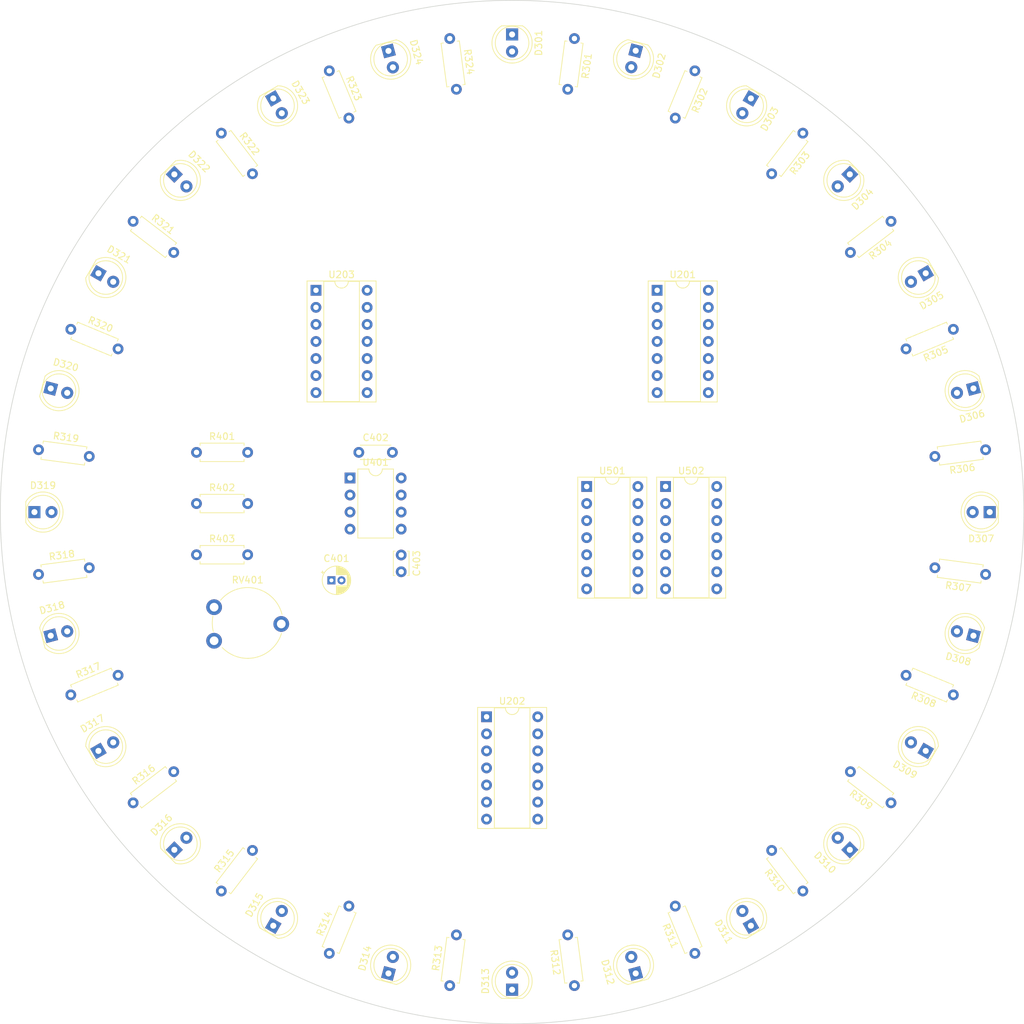
<source format=kicad_pcb>
(kicad_pcb (version 20221018) (generator pcbnew)
  (layers (0 "F.Cu" signal) (31 "B.Cu" signal) (34 "B.Paste" user) (35 "F.Paste" user) (36 "B.SilkS" user "B.Silkscreen") (37 "F.SilkS" user "F.Silkscreen") (38 "B.Mask" user) (39 "F.Mask" user) (44 "Edge.Cuts" user))
  (net 0 "")
  (net 1 "Net-(D301-K)")
  (net 2 "Net-(D302-K)")
  (net 3 "GND")
  (net 9 "Net-(D303-K)")
  (net 10 "Net-(D304-K)")
  (net 11 "Net-(D305-K)")
  (net 12 "Net-(D306-K)")
  (net 13 "Net-(D307-K)")
  (net 14 "Net-(D308-K)")
  (net 15 "Net-(D309-K)")
  (net 17 "Net-(D310-K)")
  (net 19 "Net-(D311-K)")
  (net 21 "Net-(D312-K)")
  (net 23 "Net-(D313-K)")
  (net 25 "Net-(D314-K)")
  (net 27 "Net-(D315-K)")
  (net 29 "Net-(D316-K)")
  (net 30 "Net-(D317-K)")
  (net 32 "Net-(D318-K)")
  (net 34 "Net-(D319-K)")
  (net 36 "Net-(D320-K)")
  (net 38 "Net-(D321-K)")
  (net 40 "Net-(D322-K)")
  (net 42 "Net-(D323-K)")
  (net 44 "Net-(D324-K)")
  (net 46 "+5V")
  (net 47 "/LED Output/LED1")
  (net 48 "/LED Output/LED8")
  (net 49 "/LED Output/LED16")
  (net 50 "/LED Output/LED2")
  (net 51 "/LED Output/LED3")
  (net 52 "/LED Output/LED4")
  (net 53 "/LED Output/LED5")
  (net 54 "/LED Output/LED6")
  (net 55 "/LED Output/LED7")
  (net 56 "/LED Output/LED15")
  (net 57 "/LED Output/LED14")
  (net 58 "/LED Output/LED13")
  (net 59 "/LED Output/LED12")
  (net 60 "/LED Output/LED11")
  (net 61 "/LED Output/LED10")
  (net 62 "/LED Output/LED9")
  (net 63 "/Shift Clock/TRTHR")
  (net 64 "Net-(U401-CV)")
  (net 65 "/Shift Clock/DIVIDER")
  (net 66 "Net-(R402-Pad2)")
  (net 67 "/Shift Clock/CLK")
  (net 68 "/LED Output/LED17")
  (net 69 "/LED Output/LED18")
  (net 70 "/LED Output/LED19")
  (net 71 "/LED Output/LED20")
  (net 72 "/LED Output/LED21")
  (net 73 "/LED Output/LED22")
  (net 74 "/LED Output/LED23")
  (net 75 "/LED Output/LED24")
  (net 76 "/Shift Registers/Feedback/IN0")
  (net 77 "/Shift Registers/Feedback/IN1")
  (net 78 "Net-(U501-Pad3)")
  (net 79 "/Shift Registers/Feedback/IN2")
  (net 80 "/Shift Registers/Feedback/IN3")
  (net 81 "Net-(U501-Pad10)")
  (net 82 "Net-(U501-Pad8)")
  (net 87 "/Shift Registers/Feedback/NXTBIT")
  (footprint "Potentiometer_THT:Potentiometer_Piher_PT-10-V10_Vertical" (layer "F.Cu") (at 57.23 120.76)
    (fp_text reference "RV401" (at 5 -9.05) (layer "F.SilkS"))
    (fp_text value "R_Potentiometer")
    (pad "1" thru_hole circle (at 0 0) (size 2.34 2.34) (drill 1.3) (layers "*.Cu" "*.Mask") (net 66 "Net-(R402-Pad2)"))
    (pad "2" thru_hole circle (at 10 -2.5) (size 2.34 2.34) (drill 1.3) (layers "*.Cu" "*.Mask") (net 63 "/Shift Clock/TRTHR"))
    (pad "3" thru_hole circle (at 0 -5) (size 2.34 2.34) (drill 1.3) (layers "*.Cu" "*.Mask") (net 63 "/Shift Clock/TRTHR"))
  )
  (footprint "Resistor_THT:R_Axial_DIN0207_L6.3mm_D2.5mm_P7.62mm_Horizontal" (layer "F.Cu") (at 54.61 92.71)
    (fp_text reference "R401" (at 3.81 -2.37) (layer "F.SilkS"))
    (fp_text value "10k")
    (pad "1" thru_hole circle (at 0 0) (size 1.6 1.6) (drill 0.8) (layers "*.Cu" "*.Mask") (net 46 "+5V"))
    (pad "2" thru_hole oval (at 7.62 0) (size 1.6 1.6) (drill 0.8) (layers "*.Cu" "*.Mask") (net 65 "/Shift Clock/DIVIDER"))
  )
  (footprint "LED_THT:LED_D5.0mm" (layer "F.Cu") (at 163.191698 66.04 -150)
    (fp_text reference "D305" (at 1.27 -3.96 30) (layer "F.SilkS"))
    (fp_text value "LED")
    (pad "1" thru_hole rect locked (at 0 0 210) (size 1.8 1.8) (drill 0.9) (layers "*.Cu" "*.Mask") (net 11 "Net-(D305-K)"))
    (pad "2" thru_hole circle locked (at 2.54 0 210) (size 1.8 1.8) (drill 0.9) (layers "*.Cu" "*.Mask") (net 53 "/LED Output/LED5"))
  )
  (footprint "LED_THT:LED_D5.0mm" (layer "F.Cu") (at 30.48 101.6)
    (fp_text reference "D319" (at 1.27 -3.96) (layer "F.SilkS"))
    (fp_text value "LED")
    (pad "1" thru_hole rect locked (at 0 0) (size 1.8 1.8) (drill 0.9) (layers "*.Cu" "*.Mask") (net 34 "Net-(D319-K)"))
    (pad "2" thru_hole circle locked (at 2.54 0) (size 1.8 1.8) (drill 0.9) (layers "*.Cu" "*.Mask"))
  )
  (footprint "LED_THT:LED_D5.0mm" (layer "F.Cu") (at 83.192874 170.296586 75)
    (fp_text reference "D314" (at 1.27 -3.96 75) (layer "F.SilkS"))
    (fp_text value "LED")
    (pad "1" thru_hole rect locked (at 0 0 75) (size 1.8 1.8) (drill 0.9) (layers "*.Cu" "*.Mask") (net 25 "Net-(D314-K)"))
    (pad "2" thru_hole circle locked (at 2.54 0 75) (size 1.8 1.8) (drill 0.9) (layers "*.Cu" "*.Mask"))
  )
  (footprint "Resistor_THT:R_Axial_DIN0207_L6.3mm_D2.5mm_P7.62mm_Horizontal" (layer "F.Cu") (at 54.61 100.33)
    (fp_text reference "R402" (at 3.81 -2.37) (layer "F.SilkS"))
    (fp_text value "10k")
    (pad "1" thru_hole circle (at 0 0) (size 1.6 1.6) (drill 0.8) (layers "*.Cu" "*.Mask") (net 65 "/Shift Clock/DIVIDER"))
    (pad "2" thru_hole oval (at 7.62 0) (size 1.6 1.6) (drill 0.8) (layers "*.Cu" "*.Mask") (net 66 "Net-(R402-Pad2)"))
  )
  (footprint "LED_THT:LED_D5.0mm" (layer "F.Cu") (at 172.72 101.6 180)
    (fp_text reference "D307" (at 1.27 -3.96) (layer "F.SilkS"))
    (fp_text value "LED")
    (pad "1" thru_hole rect locked (at 0 0 180) (size 1.8 1.8) (drill 0.9) (layers "*.Cu" "*.Mask") (net 13 "Net-(D307-K)"))
    (pad "2" thru_hole circle locked (at 2.54 0 180) (size 1.8 1.8) (drill 0.9) (layers "*.Cu" "*.Mask") (net 55 "/LED Output/LED7"))
  )
  (footprint "Package_DIP:DIP-8_W7.62mm" (layer "F.Cu") (at 77.47 96.52)
    (fp_text reference "U401" (at 3.81 -2.33) (layer "F.SilkS"))
    (fp_text value "LM555xN")
    (pad "1" thru_hole rect (at 0 0) (size 1.6 1.6) (drill 0.8) (layers "*.Cu" "*.Mask") (net 3 "GND"))
    (pad "2" thru_hole oval (at 0 2.54) (size 1.6 1.6) (drill 0.8) (layers "*.Cu" "*.Mask") (net 63 "/Shift Clock/TRTHR"))
    (pad "3" thru_hole oval (at 0 5.08) (size 1.6 1.6) (drill 0.8) (layers "*.Cu" "*.Mask") (net 67 "/Shift Clock/CLK"))
    (pad "4" thru_hole oval (at 0 7.62) (size 1.6 1.6) (drill 0.8) (layers "*.Cu" "*.Mask") (net 46 "+5V"))
    (pad "5" thru_hole oval (at 7.62 7.62) (size 1.6 1.6) (drill 0.8) (layers "*.Cu" "*.Mask") (net 64 "Net-(U401-CV)"))
    (pad "6" thru_hole oval (at 7.62 5.08) (size 1.6 1.6) (drill 0.8) (layers "*.Cu" "*.Mask") (net 63 "/Shift Clock/TRTHR"))
    (pad "7" thru_hole oval (at 7.62 2.54) (size 1.6 1.6) (drill 0.8) (layers "*.Cu" "*.Mask") (net 65 "/Shift Clock/DIVIDER"))
    (pad "8" thru_hole oval (at 7.62 0) (size 1.6 1.6) (drill 0.8) (layers "*.Cu" "*.Mask") (net 46 "+5V"))
  )
  (footprint "Resistor_THT:R_Axial_DIN0207_L6.3mm_D2.5mm_P7.62mm_Horizontal" (layer "F.Cu") (at 31.087822 110.882938 7.5)
    (fp_text reference "R318" (at 3.81 -2.37 7.5) (layer "F.SilkS"))
    (fp_text value "4k7")
    (pad "1" thru_hole circle locked (at 0 0 7.5) (size 1.6 1.6) (drill 0.8) (layers "*.Cu" "*.Mask") (net 32 "Net-(D318-K)"))
    (pad "2" thru_hole oval locked (at 7.62 0 7.5) (size 1.6 1.6) (drill 0.8) (layers "*.Cu" "*.Mask") (net 3 "GND"))
  )
  (footprint "Resistor_THT:R_Axial_DIN0207_L6.3mm_D2.5mm_P7.62mm_Horizontal" (layer "F.Cu") (at 172.11167 92.317316 -172.5)
    (fp_text reference "R306" (at 3.81 -2.37 7.5) (layer "F.SilkS"))
    (fp_text value "4k7")
    (pad "1" thru_hole circle locked (at 0 0 187.5) (size 1.6 1.6) (drill 0.8) (layers "*.Cu" "*.Mask") (net 12 "Net-(D306-K)"))
    (pad "2" thru_hole oval locked (at 7.62 0 187.5) (size 1.6 1.6) (drill 0.8) (layers "*.Cu" "*.Mask") (net 3 "GND"))
  )
  (footprint "Resistor_THT:R_Axial_DIN0207_L6.3mm_D2.5mm_P7.62mm_Horizontal" (layer "F.Cu") (at 167.306244 128.816354 157.5)
    (fp_text reference "R308" (at 3.81 -2.37 157.5) (layer "F.SilkS"))
    (fp_text value "4k7")
    (pad "1" thru_hole circle locked (at 0 0 157.5) (size 1.6 1.6) (drill 0.8) (layers "*.Cu" "*.Mask") (net 14 "Net-(D308-K)"))
    (pad "2" thru_hole oval locked (at 7.62 0 157.5) (size 1.6 1.6) (drill 0.8) (layers "*.Cu" "*.Mask") (net 3 "GND"))
  )
  (footprint "LED_THT:LED_D5.0mm" (layer "F.Cu") (at 101.6 172.72 90)
    (fp_text reference "D313" (at 1.27 -3.96 90) (layer "F.SilkS"))
    (fp_text value "LED")
    (pad "1" thru_hole rect locked (at 0 0 90) (size 1.8 1.8) (drill 0.9) (layers "*.Cu" "*.Mask") (net 23 "Net-(D313-K)"))
    (pad "2" thru_hole circle locked (at 2.54 0 90) (size 1.8 1.8) (drill 0.9) (layers "*.Cu" "*.Mask"))
  )
  (footprint "LED_THT:LED_D5.0mm" (layer "F.Cu") (at 40.008302 66.04 -30)
    (fp_text reference "D321" (at 1.27 -3.96 150) (layer "F.SilkS"))
    (fp_text value "LED")
    (pad "1" thru_hole rect locked (at 0 0 330) (size 1.8 1.8) (drill 0.9) (layers "*.Cu" "*.Mask") (net 38 "Net-(D321-K)"))
    (pad "2" thru_hole circle locked (at 2.54 0 330) (size 1.8 1.8) (drill 0.9) (layers "*.Cu" "*.Mask"))
  )
  (footprint "Resistor_THT:R_Axial_DIN0207_L6.3mm_D2.5mm_P7.62mm_Horizontal" (layer "F.Cu") (at 128.816354 35.893756 -112.5)
    (fp_text reference "R302" (at 3.81 -2.37 67.5) (layer "F.SilkS"))
    (fp_text value "4k7")
    (pad "1" thru_hole circle locked (at 0 0 247.5) (size 1.6 1.6) (drill 0.8) (layers "*.Cu" "*.Mask") (net 2 "Net-(D302-K)"))
    (pad "2" thru_hole oval locked (at 7.62 0 247.5) (size 1.6 1.6) (drill 0.8) (layers "*.Cu" "*.Mask") (net 3 "GND"))
  )
  (footprint "LED_THT:LED_D5.0mm" (layer "F.Cu") (at 170.296586 120.007126 165)
    (fp_text reference "D308" (at 1.27 -3.96 165) (layer "F.SilkS"))
    (fp_text value "LED")
    (pad "1" thru_hole rect locked (at 0 0 165) (size 1.8 1.8) (drill 0.9) (layers "*.Cu" "*.Mask") (net 14 "Net-(D308-K)"))
    (pad "2" thru_hole circle locked (at 2.54 0 165) (size 1.8 1.8) (drill 0.9) (layers "*.Cu" "*.Mask") (net 48 "/LED Output/LED8"))
  )
  (footprint "Package_DIP:DIP-14_W7.62mm_Socket" (layer "F.Cu") (at 124.46 97.79)
    (fp_text reference "U502" (at 3.81 -2.33) (layer "F.SilkS"))
    (fp_text value "74LS125")
    (pad "1" thru_hole rect (at 0 0) (size 1.6 1.6) (drill 0.8) (layers "*.Cu" "*.Mask"))
    (pad "2" thru_hole oval (at 0 2.54) (size 1.6 1.6) (drill 0.8) (layers "*.Cu" "*.Mask") (net 82 "Net-(U501-Pad8)"))
    (pad "3" thru_hole oval (at 0 5.08) (size 1.6 1.6) (drill 0.8) (layers "*.Cu" "*.Mask") (net 87 "/Shift Registers/Feedback/NXTBIT"))
    (pad "4" thru_hole oval (at 0 7.62) (size 1.6 1.6) (drill 0.8) (layers "*.Cu" "*.Mask"))
    (pad "5" thru_hole oval (at 0 10.16) (size 1.6 1.6) (drill 0.8) (layers "*.Cu" "*.Mask"))
    (pad "6" thru_hole oval (at 0 12.7) (size 1.6 1.6) (drill 0.8) (layers "*.Cu" "*.Mask") (net 87 "/Shift Registers/Feedback/NXTBIT"))
    (pad "7" thru_hole oval (at 0 15.24) (size 1.6 1.6) (drill 0.8) (layers "*.Cu" "*.Mask") (net 3 "GND"))
    (pad "8" thru_hole oval (at 7.62 15.24) (size 1.6 1.6) (drill 0.8) (layers "*.Cu" "*.Mask"))
    (pad "9" thru_hole oval (at 7.62 12.7) (size 1.6 1.6) (drill 0.8) (layers "*.Cu" "*.Mask"))
    (pad "10" thru_hole oval (at 7.62 10.16) (size 1.6 1.6) (drill 0.8) (layers "*.Cu" "*.Mask"))
    (pad "11" thru_hole oval (at 7.62 7.62) (size 1.6 1.6) (drill 0.8) (layers "*.Cu" "*.Mask"))
    (pad "12" thru_hole oval (at 7.62 5.08) (size 1.6 1.6) (drill 0.8) (layers "*.Cu" "*.Mask"))
    (pad "13" thru_hole oval (at 7.62 2.54) (size 1.6 1.6) (drill 0.8) (layers "*.Cu" "*.Mask"))
    (pad "14" thru_hole oval (at 7.62 0) (size 1.6 1.6) (drill 0.8) (layers "*.Cu" "*.Mask") (net 46 "+5V"))
  )
  (footprint "Resistor_THT:R_Axial_DIN0207_L6.3mm_D2.5mm_P7.62mm_Horizontal" (layer "F.Cu") (at 158.023306 58.304938 -142.5)
    (fp_text reference "R304" (at 3.81 -2.37 37.5) (layer "F.SilkS"))
    (fp_text value "4k7")
    (pad "1" thru_hole circle locked (at 0 0 217.5) (size 1.6 1.6) (drill 0.8) (layers "*.Cu" "*.Mask") (net 10 "Net-(D304-K)"))
    (pad "2" thru_hole oval locked (at 7.62 0 217.5) (size 1.6 1.6) (drill 0.8) (layers "*.Cu" "*.Mask") (net 3 "GND"))
  )
  (footprint "LED_THT:LED_D5.0mm" (layer "F.Cu") (at 40.008302 137.16 30)
    (fp_text reference "D317" (at 1.27 -3.96 30) (layer "F.SilkS"))
    (fp_text value "LED")
    (pad "1" thru_hole rect locked (at 0 0 30) (size 1.8 1.8) (drill 0.9) (layers "*.Cu" "*.Mask") (net 30 "Net-(D317-K)"))
    (pad "2" thru_hole circle locked (at 2.54 0 30) (size 1.8 1.8) (drill 0.9) (layers "*.Cu" "*.Mask"))
  )
  (footprint "Resistor_THT:R_Axial_DIN0207_L6.3mm_D2.5mm_P7.62mm_Horizontal" (layer "F.Cu") (at 45.176694 58.304938 -37.5)
    (fp_text reference "R321" (at 3.81 -2.37 142.5) (layer "F.SilkS"))
    (fp_text value "4k7")
    (pad "1" thru_hole circle locked (at 0 0 322.5) (size 1.6 1.6) (drill 0.8) (layers "*.Cu" "*.Mask") (net 38 "Net-(D321-K)"))
    (pad "2" thru_hole oval locked (at 7.62 0 322.5) (size 1.6 1.6) (drill 0.8) (layers "*.Cu" "*.Mask") (net 3 "GND"))
  )
  (footprint "Resistor_THT:R_Axial_DIN0207_L6.3mm_D2.5mm_P7.62mm_Horizontal" (layer "F.Cu") (at 92.317062 172.112178 82.5)
    (fp_text reference "R313" (at 3.81 -2.37 82.5) (layer "F.SilkS"))
    (fp_text value "4k7")
    (pad "1" thru_hole circle locked (at 0 0 82.5) (size 1.6 1.6) (drill 0.8) (layers "*.Cu" "*.Mask") (net 23 "Net-(D313-K)"))
    (pad "2" thru_hole oval locked (at 7.62 0 82.5) (size 1.6 1.6) (drill 0.8) (layers "*.Cu" "*.Mask") (net 3 "GND"))
  )
  (footprint "Resistor_THT:R_Axial_DIN0207_L6.3mm_D2.5mm_P7.62mm_Horizontal" (layer "F.Cu") (at 35.893756 74.383646 -22.5)
    (fp_text reference "R320" (at 3.81 -2.37 157.5) (layer "F.SilkS"))
    (fp_text value "4k7")
    (pad "1" thru_hole circle locked (at 0 0 337.5) (size 1.6 1.6) (drill 0.8) (layers "*.Cu" "*.Mask") (net 36 "Net-(D320-K)"))
    (pad "2" thru_hole oval locked (at 7.62 0 337.5) (size 1.6 1.6) (drill 0.8) (layers "*.Cu" "*.Mask") (net 3 "GND"))
  )
  (footprint "LED_THT:LED_D5.0mm" (layer "F.Cu") (at 120.007126 170.296586 105)
    (fp_text reference "D312" (at 1.27 -3.96 105) (layer "F.SilkS"))
    (fp_text value "LED")
    (pad "1" thru_hole rect locked (at 0 0 105) (size 1.8 1.8) (drill 0.9) (layers "*.Cu" "*.Mask") (net 21 "Net-(D312-K)"))
    (pad "2" thru_hole circle locked (at 2.54 0 105) (size 1.8 1.8) (drill 0.9) (layers "*.Cu" "*.Mask"))
  )
  (footprint "Resistor_THT:R_Axial_DIN0207_L6.3mm_D2.5mm_P7.62mm_Horizontal" (layer "F.Cu") (at 74.383646 35.893756 -67.5)
    (fp_text reference "R323" (at 3.81 -2.37 112.5) (layer "F.SilkS"))
    (fp_text value "4k7")
    (pad "1" thru_hole circle locked (at 0 0 292.5) (size 1.6 1.6) (drill 0.8) (layers "*.Cu" "*.Mask") (net 42 "Net-(D323-K)"))
    (pad "2" thru_hole oval locked (at 7.62 0 292.5) (size 1.6 1.6) (drill 0.8) (layers "*.Cu" "*.Mask") (net 3 "GND"))
  )
  (footprint "LED_THT:LED_D5.0mm" (layer "F.Cu") (at 32.903414 120.007126 15)
    (fp_text reference "D318" (at 1.27 -3.96 15) (layer "F.SilkS"))
    (fp_text value "LED")
    (pad "1" thru_hole rect locked (at 0 0 15) (size 1.8 1.8) (drill 0.9) (layers "*.Cu" "*.Mask") (net 32 "Net-(D318-K)"))
    (pad "2" thru_hole circle locked (at 2.54 0 15) (size 1.8 1.8) (drill 0.9) (layers "*.Cu" "*.Mask"))
  )
  (footprint "LED_THT:LED_D5.0mm" (layer "F.Cu") (at 163.191698 137.16 150)
    (fp_text reference "D309" (at 1.27 -3.96 150) (layer "F.SilkS"))
    (fp_text value "LED")
    (pad "1" thru_hole rect locked (at 0 0 150) (size 1.8 1.8) (drill 0.9) (layers "*.Cu" "*.Mask") (net 15 "Net-(D309-K)"))
    (pad "2" thru_hole circle locked (at 2.54 0 150) (size 1.8 1.8) (drill 0.9) (layers "*.Cu" "*.Mask"))
  )
  (footprint "LED_THT:LED_D5.0mm" (layer "F.Cu") (at 151.88946 51.31054 -135)
    (fp_text reference "D304" (at 1.27 -3.96 45) (layer "F.SilkS"))
    (fp_text value "LED")
    (pad "1" thru_hole rect locked (at 0 0 225) (size 1.8 1.8) (drill 0.9) (layers "*.Cu" "*.Mask") (net 10 "Net-(D304-K)"))
    (pad "2" thru_hole circle locked (at 2.54 0 225) (size 1.8 1.8) (drill 0.9) (layers "*.Cu" "*.Mask") (net 52 "/LED Output/LED4"))
  )
  (footprint "Resistor_THT:R_Axial_DIN0207_L6.3mm_D2.5mm_P7.62mm_Horizontal" (layer "F.Cu") (at 144.895062 45.176694 -127.5)
    (fp_text reference "R303" (at 3.81 -2.37 52.5) (layer "F.SilkS"))
    (fp_text value "4k7")
    (pad "1" thru_hole circle locked (at 0 0 232.5) (size 1.6 1.6) (drill 0.8) (layers "*.Cu" "*.Mask") (net 9 "Net-(D303-K)"))
    (pad "2" thru_hole oval locked (at 7.62 0 232.5) (size 1.6 1.6) (drill 0.8) (layers "*.Cu" "*.Mask") (net 3 "GND"))
  )
  (footprint "LED_THT:LED_D5.0mm" (layer "F.Cu") (at 66.04 40.008302 -60)
    (fp_text reference "D323" (at 1.27 -3.96 120) (layer "F.SilkS"))
    (fp_text value "LED")
    (pad "1" thru_hole rect locked (at 0 0 300) (size 1.8 1.8) (drill 0.9) (layers "*.Cu" "*.Mask") (net 42 "Net-(D323-K)"))
    (pad "2" thru_hole circle locked (at 2.54 0 300) (size 1.8 1.8) (drill 0.9) (layers "*.Cu" "*.Mask"))
  )
  (footprint "LED_THT:LED_D5.0mm" (layer "F.Cu") (at 66.04 163.191698 60)
    (fp_text reference "D315" (at 1.27 -3.96 60) (layer "F.SilkS"))
    (fp_text value "LED")
    (pad "1" thru_hole rect locked (at 0 0 60) (size 1.8 1.8) (drill 0.9) (layers "*.Cu" "*.Mask") (net 27 "Net-(D315-K)"))
    (pad "2" thru_hole circle locked (at 2.54 0 60) (size 1.8 1.8) (drill 0.9) (layers "*.Cu" "*.Mask"))
  )
  (footprint "Package_DIP:DIP-14_W7.62mm_Socket" (layer "F.Cu") (at 72.4 68.575)
    (fp_text reference "U203" (at 3.81 -2.33) (layer "F.SilkS"))
    (fp_text value "74HC164")
    (pad "1" thru_hole rect (at 0 0) (size 1.6 1.6) (drill 0.8) (layers "*.Cu" "*.Mask") (net 49 "/LED Output/LED16"))
    (pad "2" thru_hole oval (at 0 2.54) (size 1.6 1.6) (drill 0.8) (layers "*.Cu" "*.Mask") (net 49 "/LED Output/LED16"))
    (pad "3" thru_hole oval (at 0 5.08) (size 1.6 1.6) (drill 0.8) (layers "*.Cu" "*.Mask") (net 68 "/LED Output/LED17"))
    (pad "4" thru_hole oval (at 0 7.62) (size 1.6 1.6) (drill 0.8) (layers "*.Cu" "*.Mask") (net 69 "/LED Output/LED18"))
    (pad "5" thru_hole oval (at 0 10.16) (size 1.6 1.6) (drill 0.8) (layers "*.Cu" "*.Mask") (net 70 "/LED Output/LED19"))
    (pad "6" thru_hole oval (at 0 12.7) (size 1.6 1.6) (drill 0.8) (layers "*.Cu" "*.Mask") (net 71 "/LED Output/LED20"))
    (pad "7" thru_hole oval (at 0 15.24) (size 1.6 1.6) (drill 0.8) (layers "*.Cu" "*.Mask") (net 3 "GND"))
    (pad "8" thru_hole oval (at 7.62 15.24) (size 1.6 1.6) (drill 0.8) (layers "*.Cu" "*.Mask") (net 67 "/Shift Clock/CLK"))
    (pad "9" thru_hole oval (at 7.62 12.7) (size 1.6 1.6) (drill 0.8) (layers "*.Cu" "*.Mask"))
    (pad "10" thru_hole oval (at 7.62 10.16) (size 1.6 1.6) (drill 0.8) (layers "*.Cu" "*.Mask") (net 72 "/LED Output/LED21"))
    (pad "11" thru_hole oval (at 7.62 7.62) (size 1.6 1.6) (drill 0.8) (layers "*.Cu" "*.Mask") (net 73 "/LED Output/LED22"))
    (pad "12" thru_hole oval (at 7.62 5.08) (size 1.6 1.6) (drill 0.8) (layers "*.Cu" "*.Mask") (net 74 "/LED Output/LED23"))
    (pad "13" thru_hole oval (at 7.62 2.54) (size 1.6 1.6) (drill 0.8) (layers "*.Cu" "*.Mask") (net 75 "/LED Output/LED24"))
    (pad "14" thru_hole oval (at 7.62 0) (size 1.6 1.6) (drill 0.8) (layers "*.Cu" "*.Mask") (net 46 "+5V"))
  )
  (footprint "LED_THT:LED_D5.0mm" (layer "F.Cu") (at 51.31054 151.88946 45)
    (fp_text reference "D316" (at 1.27 -3.96 45) (layer "F.SilkS"))
    (fp_text value "LED")
    (pad "1" thru_hole rect locked (at 0 0 45) (size 1.8 1.8) (drill 0.9) (layers "*.Cu" "*.Mask") (net 29 "Net-(D316-K)"))
    (pad "2" thru_hole circle locked (at 2.54 0 45) (size 1.8 1.8) (drill 0.9) (layers "*.Cu" "*.Mask") (net 49 "/LED Output/LED16"))
  )
  (footprint "LED_THT:LED_D5.0mm" (layer "F.Cu") (at 51.31054 51.31054 -45)
    (fp_text reference "D322" (at 1.27 -3.96 135) (layer "F.SilkS"))
    (fp_text value "LED")
    (pad "1" thru_hole rect locked (at 0 0 315) (size 1.8 1.8) (drill 0.9) (layers "*.Cu" "*.Mask") (net 40 "Net-(D322-K)"))
    (pad "2" thru_hole circle locked (at 2.54 0 315) (size 1.8 1.8) (drill 0.9) (layers "*.Cu" "*.Mask"))
  )
  (footprint "Resistor_THT:R_Axial_DIN0207_L6.3mm_D2.5mm_P7.62mm_Horizontal" (layer "F.Cu") (at 158.023306 144.895062 142.5)
    (fp_text reference "R309" (at 3.81 -2.37 142.5) (layer "F.SilkS"))
    (fp_text value "4k7")
    (pad "1" thru_hole circle locked (at 0 0 142.5) (size 1.6 1.6) (drill 0.8) (layers "*.Cu" "*.Mask") (net 15 "Net-(D309-K)"))
    (pad "2" thru_hole oval locked (at 7.62 0 142.5) (size 1.6 1.6) (drill 0.8) (layers "*.Cu" "*.Mask") (net 3 "GND"))
  )
  (footprint "Resistor_THT:R_Axial_DIN0207_L6.3mm_D2.5mm_P7.62mm_Horizontal" (layer "F.Cu") (at 58.304938 158.023306 52.5)
    (fp_text reference "R315" (at 3.81 -2.37 52.5) (layer "F.SilkS"))
    (fp_text value "4k7")
    (pad "1" thru_hole circle locked (at 0 0 52.5) (size 1.6 1.6) (drill 0.8) (layers "*.Cu" "*.Mask") (net 27 "Net-(D315-K)"))
    (pad "2" thru_hole oval locked (at 7.62 0 52.5) (size 1.6 1.6) (drill 0.8) (layers "*.Cu" "*.Mask") (net 3 "GND"))
  )
  (footprint "Resistor_THT:R_Axial_DIN0207_L6.3mm_D2.5mm_P7.62mm_Horizontal" (layer "F.Cu") (at 144.895062 158.023306 127.5)
    (fp_text reference "R310" (at 3.81 -2.37 127.5) (layer "F.SilkS"))
    (fp_text value "4k7")
    (pad "1" thru_hole circle locked (at 0 0 127.5) (size 1.6 1.6) (drill 0.8) (layers "*.Cu" "*.Mask") (net 17 "Net-(D310-K)"))
    (pad "2" thru_hole oval locked (at 7.62 0 127.5) (size 1.6 1.6) (drill 0.8) (layers "*.Cu" "*.Mask") (net 3 "GND"))
  )
  (footprint "Resistor_THT:R_Axial_DIN0207_L6.3mm_D2.5mm_P7.62mm_Horizontal" (layer "F.Cu") (at 54.61 107.95)
    (fp_text reference "R403" (at 3.81 -2.37) (layer "F.SilkS"))
    (fp_text value "1k")
    (pad "1" thru_hole circle (at 0 0) (size 1.6 1.6) (drill 0.8) (layers "*.Cu" "*.Mask") (net 46 "+5V"))
    (pad "2" thru_hole oval (at 7.62 0) (size 1.6 1.6) (drill 0.8) (layers "*.Cu" "*.Mask") (net 67 "/Shift Clock/CLK"))
  )
  (footprint "Capacitor_THT:C_Disc_D4.3mm_W1.9mm_P5.00mm" (layer "F.Cu") (at 78.78 92.71)
    (fp_text reference "C402" (at 2.5 -2.2) (layer "F.SilkS"))
    (fp_text value "0.1u")
    (pad "1" thru_hole circle (at 0 0) (size 1.6 1.6) (drill 0.8) (layers "*.Cu" "*.Mask") (net 3 "GND"))
    (pad "2" thru_hole circle (at 5 0) (size 1.6 1.6) (drill 0.8) (layers "*.Cu" "*.Mask") (net 46 "+5V"))
  )
  (footprint "Capacitor_THT:CP_Radial_D4.0mm_P1.50mm" (layer "F.Cu") (at 74.7 111.76)
    (fp_text reference "C401" (at 0.75 -3.25) (layer "F.SilkS"))
    (fp_text value "10u")
    (pad "1" thru_hole rect (at 0 0) (size 1.2 1.2) (drill 0.6) (layers "*.Cu" "*.Mask") (net 63 "/Shift Clock/TRTHR"))
    (pad "2" thru_hole circle (at 1.5 0) (size 1.2 1.2) (drill 0.6) (layers "*.Cu" "*.Mask") (net 3 "GND"))
  )
  (footprint "Resistor_THT:R_Axial_DIN0207_L6.3mm_D2.5mm_P7.62mm_Horizontal" (layer "F.Cu") (at 167.306244 74.383646 -157.5)
    (fp_text reference "R305" (at 3.81 -2.37 22.5) (layer "F.SilkS"))
    (fp_text value "4k7")
    (pad "1" thru_hole circle locked (at 0 0 202.5) (size 1.6 1.6) (drill 0.8) (layers "*.Cu" "*.Mask") (net 11 "Net-(D305-K)"))
    (pad "2" thru_hole oval locked (at 7.62 0 202.5) (size 1.6 1.6) (drill 0.8) (layers "*.Cu" "*.Mask") (net 3 "GND"))
  )
  (footprint "Resistor_THT:R_Axial_DIN0207_L6.3mm_D2.5mm_P7.62mm_Horizontal" (layer "F.Cu") (at 128.816354 167.306244 112.5)
    (fp_text reference "R311" (at 3.81 -2.37 112.5) (layer "F.SilkS"))
    (fp_text value "4k7")
    (pad "1" thru_hole circle locked (at 0 0 112.5) (size 1.6 1.6) (drill 0.8) (layers "*.Cu" "*.Mask") (net 19 "Net-(D311-K)"))
    (pad "2" thru_hole oval locked (at 7.62 0 112.5) (size 1.6 1.6) (drill 0.8) (layers "*.Cu" "*.Mask") (net 3 "GND"))
  )
  (footprint "Resistor_THT:R_Axial_DIN0207_L6.3mm_D2.5mm_P7.62mm_Horizontal" (layer "F.Cu") (at 172.11167 110.882938 172.5)
    (fp_text reference "R307" (at 3.81 -2.37 172.5) (layer "F.SilkS"))
    (fp_text value "4k7")
    (pad "1" thru_hole circle locked (at 0 0 172.5) (size 1.6 1.6) (drill 0.8) (layers "*.Cu" "*.Mask") (net 13 "Net-(D307-K)"))
    (pad "2" thru_hole oval locked (at 7.62 0 172.5) (size 1.6 1.6) (drill 0.8) (layers "*.Cu" "*.Mask") (net 3 "GND"))
  )
  (footprint "Resistor_THT:R_Axial_DIN0207_L6.3mm_D2.5mm_P7.62mm_Horizontal" (layer "F.Cu") (at 110.882938 31.08833 -97.5)
    (fp_text reference "R301" (at 3.81 -2.37 82.5) (layer "F.SilkS"))
    (fp_text value "4k7")
    (pad "1" thru_hole circle locked (at 0 0 262.5) (size 1.6 1.6) (drill 0.8) (layers "*.Cu" "*.Mask") (net 1 "Net-(D301-K)"))
    (pad "2" thru_hole oval locked (at 7.62 0 262.5) (size 1.6 1.6) (drill 0.8) (layers "*.Cu" "*.Mask") (net 3 "GND"))
  )
  (footprint "Resistor_THT:R_Axial_DIN0207_L6.3mm_D2.5mm_P7.62mm_Horizontal" (layer "F.Cu") (at 45.176694 144.895062 37.5)
    (fp_text reference "R316" (at 3.81 -2.37 37.5) (layer "F.SilkS"))
    (fp_text value "4k7")
    (pad "1" thru_hole circle locked (at 0 0 37.5) (size 1.6 1.6) (drill 0.8) (layers "*.Cu" "*.Mask") (net 29 "Net-(D316-K)"))
    (pad "2" thru_hole oval locked (at 7.62 0 37.5) (size 1.6 1.6) (drill 0.8) (layers "*.Cu" "*.Mask") (net 3 "GND"))
  )
  (footprint "Package_DIP:DIP-14_W7.62mm_Socket" (layer "F.Cu") (at 112.71 97.79)
    (fp_text reference "U501" (at 3.81 -2.33) (layer "F.SilkS"))
    (fp_text value "74HC86")
    (pad "1" thru_hole rect (at 0 0) (size 1.6 1.6) (drill 0.8) (layers "*.Cu" "*.Mask") (net 76 "/Shift Registers/Feedback/IN0"))
    (pad "2" thru_hole oval (at 0 2.54) (size 1.6 1.6) (drill 0.8) (layers "*.Cu" "*.Mask") (net 77 "/Shift Registers/Feedback/IN1"))
    (pad "3" thru_hole oval (at 0 5.08) (size 1.6 1.6) (drill 0.8) (layers "*.Cu" "*.Mask") (net 78 "Net-(U501-Pad3)"))
    (pad "4" thru_hole oval (at 0 7.62) (size 1.6 1.6) (drill 0.8) (layers "*.Cu" "*.Mask") (net 79 "/Shift Registers/Feedback/IN2"))
    (pad "5" thru_hole oval (at 0 10.16) (size 1.6 1.6) (drill 0.8) (layers "*.Cu" "*.Mask") (net 80 "/Shift Registers/Feedback/IN3"))
    (pad "6" thru_hole oval (at 0 12.7) (size 1.6 1.6) (drill 0.8) (layers "*.Cu" "*.Mask") (net 81 "Net-(U501-Pad10)"))
    (pad "7" thru_hole oval (at 0 15.24) (size 1.6 1.6) (drill 0.8) (layers "*.Cu" "*.Mask") (net 3 "GND"))
    (pad "8" thru_hole oval (at 7.62 15.24) (size 1.6 1.6) (drill 0.8) (layers "*.Cu" "*.Mask") (net 82 "Net-(U501-Pad8)"))
    (pad "9" thru_hole oval (at 7.62 12.7) (size 1.6 1.6) (drill 0.8) (layers "*.Cu" "*.Mask") (net 78 "Net-(U501-Pad3)"))
    (pad "10" thru_hole oval (at 7.62 10.16) (size 1.6 1.6) (drill 0.8) (layers "*.Cu" "*.Mask") (net 81 "Net-(U501-Pad10)"))
    (pad "11" thru_hole oval (at 7.62 7.62) (size 1.6 1.6) (drill 0.8) (layers "*.Cu" "*.Mask"))
    (pad "12" thru_hole oval (at 7.62 5.08) (size 1.6 1.6) (drill 0.8) (layers "*.Cu" "*.Mask"))
    (pad "13" thru_hole oval (at 7.62 2.54) (size 1.6 1.6) (drill 0.8) (layers "*.Cu" "*.Mask"))
    (pad "14" thru_hole oval (at 7.62 0) (size 1.6 1.6) (drill 0.8) (layers "*.Cu" "*.Mask") (net 46 "+5V"))
  )
  (footprint "LED_THT:LED_D5.0mm" (layer "F.Cu") (at 32.903414 83.192874 -15)
    (fp_text reference "D320" (at 1.27 -3.96 165) (layer "F.SilkS"))
    (fp_text value "LED")
    (pad "1" thru_hole rect locked (at 0 0 345) (size 1.8 1.8) (drill 0.9) (layers "*.Cu" "*.Mask") (net 36 "Net-(D320-K)"))
    (pad "2" thru_hole circle locked (at 2.54 0 345) (size 1.8 1.8) (drill 0.9) (layers "*.Cu" "*.Mask"))
  )
  (footprint "Package_DIP:DIP-14_W7.62mm_Socket" (layer "F.Cu") (at 123.2 68.575)
    (fp_text reference "U201" (at 3.81 -2.33) (layer "F.SilkS"))
    (fp_text value "74HC164")
    (pad "1" thru_hole rect (at 0 0) (size 1.6 1.6) (drill 0.8) (layers "*.Cu" "*.Mask"))
    (pad "2" thru_hole oval (at 0 2.54) (size 1.6 1.6) (drill 0.8) (layers "*.Cu" "*.Mask"))
    (pad "3" thru_hole oval (at 0 5.08) (size 1.6 1.6) (drill 0.8) (layers "*.Cu" "*.Mask") (net 47 "/LED Output/LED1"))
    (pad "4" thru_hole oval (at 0 7.62) (size 1.6 1.6) (drill 0.8) (layers "*.Cu" "*.Mask") (net 50 "/LED Output/LED2"))
    (pad "5" thru_hole oval (at 0 10.16) (size 1.6 1.6) (drill 0.8) (layers "*.Cu" "*.Mask") (net 51 "/LED Output/LED3"))
    (pad "6" thru_hole oval (at 0 12.7) (size 1.6 1.6) (drill 0.8) (layers "*.Cu" "*.Mask") (net 52 "/LED Output/LED4"))
    (pad "7" thru_hole oval (at 0 15.24) (size 1.6 1.6) (drill 0.8) (layers "*.Cu" "*.Mask") (net 3 "GND"))
    (pad "8" thru_hole oval (at 7.62 15.24) (size 1.6 1.6) (drill 0.8) (layers "*.Cu" "*.Mask") (net 67 "/Shift Clock/CLK"))
    (pad "9" thru_hole oval (at 7.62 12.7) (size 1.6 1.6) (drill 0.8) (layers "*.Cu" "*.Mask"))
    (pad "10" thru_hole oval (at 7.62 10.16) (size 1.6 1.6) (drill 0.8) (layers "*.Cu" "*.Mask") (net 53 "/LED Output/LED5"))
    (pad "11" thru_hole oval (at 7.62 7.62) (size 1.6 1.6) (drill 0.8) (layers "*.Cu" "*.Mask") (net 54 "/LED Output/LED6"))
    (pad "12" thru_hole oval (at 7.62 5.08) (size 1.6 1.6) (drill 0.8) (layers "*.Cu" "*.Mask") (net 55 "/LED Output/LED7"))
    (pad "13" thru_hole oval (at 7.62 2.54) (size 1.6 1.6) (drill 0.8) (layers "*.Cu" "*.Mask") (net 48 "/LED Output/LED8"))
    (pad "14" thru_hole oval (at 7.62 0) (size 1.6 1.6) (drill 0.8) (layers "*.Cu" "*.Mask") (net 46 "+5V"))
  )
  (footprint "LED_THT:LED_D5.0mm" (layer "F.Cu") (at 170.296586 83.192874 -165)
    (fp_text reference "D306" (at 1.27 -3.96 15) (layer "F.SilkS"))
    (fp_text value "LED")
    (pad "1" thru_hole rect locked (at 0 0 195) (size 1.8 1.8) (drill 0.9) (layers "*.Cu" "*.Mask") (net 12 "Net-(D306-K)"))
    (pad "2" thru_hole circle locked (at 2.54 0 195) (size 1.8 1.8) (drill 0.9) (layers "*.Cu" "*.Mask") (net 54 "/LED Output/LED6"))
  )
  (footprint "LED_THT:LED_D5.0mm" (layer "F.Cu") (at 101.6 30.48 -90)
    (fp_text reference "D301" (at 1.27 -3.96 90) (layer "F.SilkS"))
    (fp_text value "LED")
    (pad "1" thru_hole rect locked (at 0 0 270) (size 1.8 1.8) (drill 0.9) (layers "*.Cu" "*.Mask") (net 1 "Net-(D301-K)"))
    (pad "2" thru_hole circle locked (at 2.54 0 270) (size 1.8 1.8) (drill 0.9) (layers "*.Cu" "*.Mask") (net 47 "/LED Output/LED1"))
  )
  (footprint "Resistor_THT:R_Axial_DIN0207_L6.3mm_D2.5mm_P7.62mm_Horizontal" (layer "F.Cu") (at 110.882938 172.11167 97.5)
    (fp_text reference "R312" (at 3.81 -2.37 97.5) (layer "F.SilkS"))
    (fp_text value "4k7")
    (pad "1" thru_hole circle locked (at 0 0 97.5) (size 1.6 1.6) (drill 0.8) (layers "*.Cu" "*.Mask") (net 21 "Net-(D312-K)"))
    (pad "2" thru_hole oval locked (at 7.62 0 97.5) (size 1.6 1.6) (drill 0.8) (layers "*.Cu" "*.Mask") (net 3 "GND"))
  )
  (footprint "LED_THT:LED_D5.0mm" (layer "F.Cu") (at 83.192874 32.928814 -75)
    (fp_text reference "D324" (at 1.27 -3.96 105) (layer "F.SilkS"))
    (fp_text value "LED")
    (pad "1" thru_hole rect locked (at 0 0 285) (size 1.8 1.8) (drill 0.9) (layers "*.Cu" "*.Mask") (net 44 "Net-(D324-K)"))
    (pad "2" thru_hole circle locked (at 2.54 0 285) (size 1.8 1.8) (drill 0.9) (layers "*.Cu" "*.Mask"))
  )
  (footprint "Resistor_THT:R_Axial_DIN0207_L6.3mm_D2.5mm_P7.62mm_Horizontal" (layer "F.Cu") (at 74.383646 167.306244 67.5)
    (fp_text reference "R314" (at 3.81 -2.37 67.5) (layer "F.SilkS"))
    (fp_text value "4k7")
    (pad "1" thru_hole circle locked (at 0 0 67.5) (size 1.6 1.6) (drill 0.8) (layers "*.Cu" "*.Mask") (net 25 "Net-(D314-K)"))
    (pad "2" thru_hole oval locked (at 7.62 0 67.5) (size 1.6 1.6) (drill 0.8) (layers "*.Cu" "*.Mask") (net 3 "GND"))
  )
  (footprint "LED_THT:LED_D5.0mm" (layer "F.Cu") (at 120.007126 32.903414 -105)
    (fp_text reference "D302" (at 1.27 -3.96 75) (layer "F.SilkS"))
    (fp_text value "LED")
    (pad "1" thru_hole rect locked (at 0 0 255) (size 1.8 1.8) (drill 0.9) (layers "*.Cu" "*.Mask") (net 2 "Net-(D302-K)"))
    (pad "2" thru_hole circle locked (at 2.54 0 255) (size 1.8 1.8) (drill 0.9) (layers "*.Cu" "*.Mask") (net 50 "/LED Output/LED2"))
  )
  (footprint "Resistor_THT:R_Axial_DIN0207_L6.3mm_D2.5mm_P7.62mm_Horizontal" (layer "F.Cu") (at 35.893756 128.816354 22.5)
    (fp_text reference "R317" (at 3.81 -2.37 22.5) (layer "F.SilkS"))
    (fp_text value "4k7")
    (pad "1" thru_hole circle locked (at 0 0 22.5) (size 1.6 1.6) (drill 0.8) (layers "*.Cu" "*.Mask") (net 30 "Net-(D317-K)"))
    (pad "2" thru_hole oval locked (at 7.62 0 22.5) (size 1.6 1.6) (drill 0.8) (layers "*.Cu" "*.Mask") (net 3 "GND"))
  )
  (footprint "Resistor_THT:R_Axial_DIN0207_L6.3mm_D2.5mm_P7.62mm_Horizontal" (layer "F.Cu") (at 58.304938 45.176694 -52.5)
    (fp_text reference "R322" (at 3.81 -2.37 127.5) (layer "F.SilkS"))
    (fp_text value "4k7")
    (pad "1" thru_hole circle locked (at 0 0 307.5) (size 1.6 1.6) (drill 0.8) (layers "*.Cu" "*.Mask") (net 40 "Net-(D322-K)"))
    (pad "2" thru_hole oval locked (at 7.62 0 307.5) (size 1.6 1.6) (drill 0.8) (layers "*.Cu" "*.Mask") (net 3 "GND"))
  )
  (footprint "Package_DIP:DIP-14_W7.62mm_Socket" (layer "F.Cu") (at 97.8 132.08)
    (fp_text reference "U202" (at 3.81 -2.33) (layer "F.SilkS"))
    (fp_text value "74HC164")
    (pad "1" thru_hole rect (at 0 0) (size 1.6 1.6) (drill 0.8) (layers "*.Cu" "*.Mask") (net 48 "/LED Output/LED8"))
    (pad "2" thru_hole oval (at 0 2.54) (size 1.6 1.6) (drill 0.8) (layers "*.Cu" "*.Mask") (net 48 "/LED Output/LED8"))
    (pad "3" thru_hole oval (at 0 5.08) (size 1.6 1.6) (drill 0.8) (layers "*.Cu" "*.Mask") (net 62 "/LED Output/LED9"))
    (pad "4" thru_hole oval (at 0 7.62) (size 1.6 1.6) (drill 0.8) (layers "*.Cu" "*.Mask") (net 61 "/LED Output/LED10"))
    (pad "5" thru_hole oval (at 0 10.16) (size 1.6 1.6) (drill 0.8) (layers "*.Cu" "*.Mask") (net 60 "/LED Output/LED11"))
    (pad "6" thru_hole oval (at 0 12.7) (size 1.6 1.6) (drill 0.8) (layers "*.Cu" "*.Mask") (net 59 "/LED Output/LED12"))
    (pad "7" thru_hole oval (at 0 15.24) (size 1.6 1.6) (drill 0.8) (layers "*.Cu" "*.Mask") (net 3 "GND"))
    (pad "8" thru_hole oval (at 7.62 15.24) (size 1.6 1.6) (drill 0.8) (layers "*.Cu" "*.Mask") (net 67 "/Shift Clock/CLK"))
    (pad "9" thru_hole oval (at 7.62 12.7) (size 1.6 1.6) (drill 0.8) (layers "*.Cu" "*.Mask"))
    (pad "10" thru_hole oval (at 7.62 10.16) (size 1.6 1.6) (drill 0.8) (layers "*.Cu" "*.Mask") (net 58 "/LED Output/LED13"))
    (pad "11" thru_hole oval (at 7.62 7.62) (size 1.6 1.6) (drill 0.8) (layers "*.Cu" "*.Mask") (net 57 "/LED Output/LED14"))
    (pad "12" thru_hole oval (at 7.62 5.08) (size 1.6 1.6) (drill 0.8) (layers "*.Cu" "*.Mask") (net 56 "/LED Output/LED15"))
    (pad "13" thru_hole oval (at 7.62 2.54) (size 1.6 1.6) (drill 0.8) (layers "*.Cu" "*.Mask") (net 49 "/LED Output/LED16"))
    (pad "14" thru_hole oval (at 7.62 0) (size 1.6 1.6) (drill 0.8) (layers "*.Cu" "*.Mask") (net 46 "+5V"))
  )
  (footprint "LED_THT:LED_D5.0mm" (layer "F.Cu") (at 137.16 40.008302 -120)
    (fp_text reference "D303" (at 1.27 -3.96 60) (layer "F.SilkS"))
    (fp_text value "LED")
    (pad "1" thru_hole rect locked (at 0 0 240) (size 1.8 1.8) (drill 0.9) (layers "*.Cu" "*.Mask") (net 9 "Net-(D303-K)"))
    (pad "2" thru_hole circle locked (at 2.54 0 240) (size 1.8 1.8) (drill 0.9) (layers "*.Cu" "*.Mask") (net 51 "/LED Output/LED3"))
  )
  (footprint "LED_THT:LED_D5.0mm" (layer "F.Cu") (at 151.88946 151.88946 135)
    (fp_text reference "D310" (at 1.27 -3.96 135) (layer "F.SilkS"))
    (fp_text value "LED")
    (pad "1" thru_hole rect locked (at 0 0 135) (size 1.8 1.8) (drill 0.9) (layers "*.Cu" "*.Mask") (net 17 "Net-(D310-K)"))
    (pad "2" thru_hole circle locked (at 2.54 0 135) (size 1.8 1.8) (drill 0.9) (layers "*.Cu" "*.Mask"))
  )
  (footprint "Resistor_THT:R_Axial_DIN0207_L6.3mm_D2.5mm_P7.62mm_Horizontal" (layer "F.Cu") (at 92.317062 31.08833 -82.5)
    (fp_text reference "R324" (at 3.81 -2.37 97.5) (layer "F.SilkS"))
    (fp_text value "4k7")
    (pad "1" thru_hole circle locked (at 0 0 277.5) (size 1.6 1.6) (drill 0.8) (layers "*.Cu" "*.Mask") (net 44 "Net-(D324-K)"))
    (pad "2" thru_hole oval locked (at 7.62 0 277.5) (size 1.6 1.6) (drill 0.8) (layers "*.Cu" "*.Mask") (net 3 "GND"))
  )
  (footprint "Capacitor_THT:C_Disc_D3.4mm_W2.1mm_P2.50mm" (layer "F.Cu") (at 85.09 107.99 -90)
    (fp_text reference "C403" (at 1.25 -2.3 90) (layer "F.SilkS"))
    (fp_text value "0.01u")
    (pad "1" thru_hole circle (at 0 0 270) (size 1.6 1.6) (drill 0.8) (layers "*.Cu" "*.Mask") (net 64 "Net-(U401-CV)"))
    (pad "2" thru_hole circle (at 2.5 0 270) (size 1.6 1.6) (drill 0.8) (layers "*.Cu" "*.Mask") (net 3 "GND"))
  )
  (footprint "LED_THT:LED_D5.0mm" (layer "F.Cu") (at 137.16 163.191698 120)
    (fp_text reference "D311" (at 1.27 -3.96 120) (layer "F.SilkS"))
    (fp_text value "LED")
    (pad "1" thru_hole rect locked (at 0 0 120) (size 1.8 1.8) (drill 0.9) (layers "*.Cu" "*.Mask") (net 19 "Net-(D311-K)"))
    (pad "2" thru_hole circle locked (at 2.54 0 120) (size 1.8 1.8) (drill 0.9) (layers "*.Cu" "*.Mask"))
  )
  (footprint "Resistor_THT:R_Axial_DIN0207_L6.3mm_D2.5mm_P7.62mm_Horizontal" (layer "F.Cu") (at 31.08833 92.317062 -7.5)
    (fp_text reference "R319" (at 3.81 -2.37 172.5) (layer "F.SilkS"))
    (fp_text value "4k7")
    (pad "1" thru_hole circle locked (at 0 0 352.5) (size 1.6 1.6) (drill 0.8) (layers "*.Cu" "*.Mask") (net 34 "Net-(D319-K)"))
    (pad "2" thru_hole oval locked (at 7.62 0 352.5) (size 1.6 1.6) (drill 0.8) (layers "*.Cu" "*.Mask") (net 3 "GND"))
  )
  (gr_circle locked (center 101.6 101.6) (end 177.8 101.6) (stroke (width 0.1)) (fill none) (layer "Edge.Cuts"))
)
</source>
